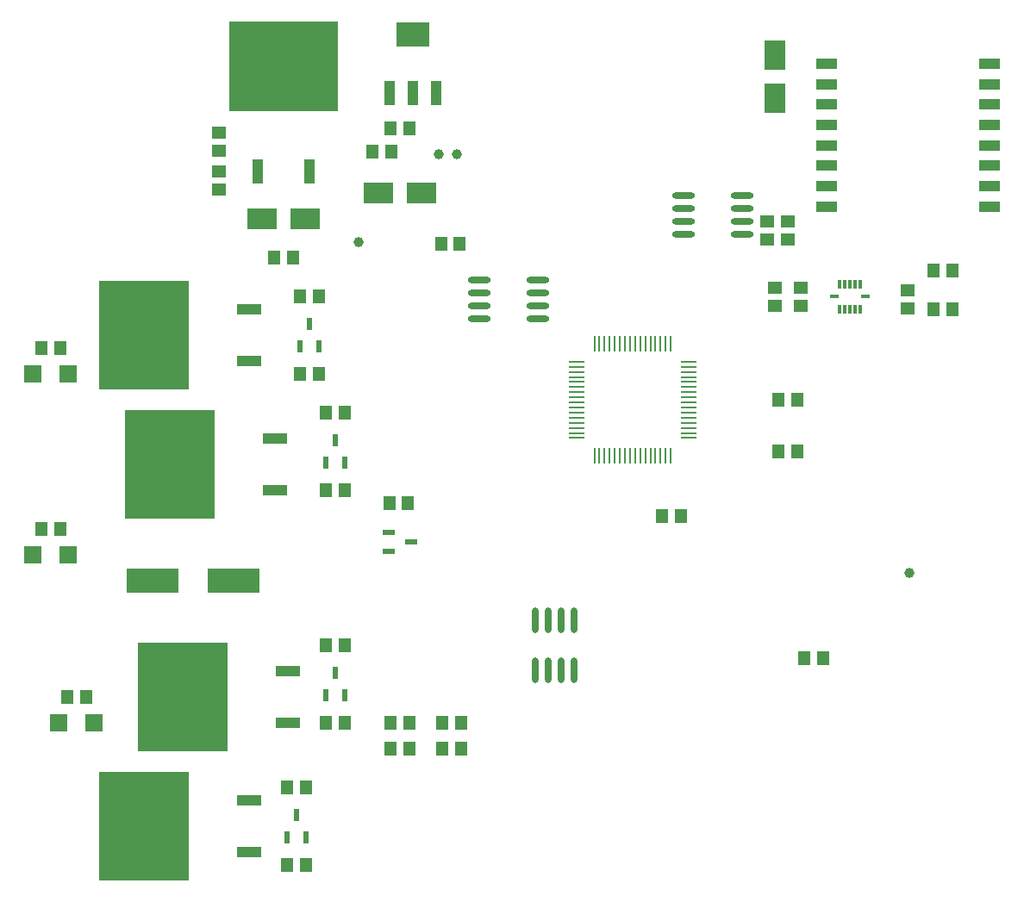
<source format=gtp>
%FSLAX25Y25*%
%MOIN*%
G70*
G01*
G75*
G04 Layer_Color=8421504*
%ADD10R,0.07874X0.03937*%
%ADD11C,0.03937*%
%ADD12O,0.02756X0.09843*%
%ADD13R,0.03248X0.01181*%
%ADD14R,0.01181X0.03248*%
%ADD15R,0.04724X0.05512*%
%ADD16R,0.04528X0.02362*%
%ADD17R,0.20276X0.09252*%
%ADD18R,0.05512X0.04724*%
%ADD19R,0.02362X0.04528*%
%ADD20R,0.11221X0.08465*%
%ADD21R,0.08465X0.11221*%
%ADD22R,0.04134X0.09449*%
%ADD23R,0.41929X0.35039*%
%ADD24R,0.12992X0.09449*%
%ADD25R,0.03937X0.09449*%
%ADD26O,0.08858X0.02362*%
%ADD27R,0.09449X0.04134*%
%ADD28R,0.35039X0.41929*%
%ADD29R,0.06693X0.06693*%
%ADD30O,0.00984X0.06102*%
%ADD31O,0.06102X0.00984*%
%ADD32C,0.01500*%
%ADD33C,0.03000*%
%ADD34C,0.03937*%
%ADD35C,0.01000*%
%ADD36C,0.02000*%
%ADD37C,0.07874*%
%ADD38C,0.11811*%
%ADD39C,0.11811*%
%ADD40C,0.04724*%
%ADD41C,0.05906*%
%ADD42R,0.05906X0.05906*%
%ADD43C,0.11000*%
%ADD44C,0.06299*%
%ADD45C,0.15748*%
%ADD46R,0.04724X0.04724*%
%ADD47R,0.07874X0.07874*%
%ADD48C,0.07874*%
%ADD49O,0.07874X0.03937*%
%ADD50O,0.07874X0.03937*%
%ADD51C,0.06693*%
%ADD52C,0.09000*%
%ADD53C,0.02000*%
%ADD54C,0.03800*%
%ADD55C,0.02500*%
%ADD56C,0.05000*%
%ADD57C,0.02800*%
%ADD58C,0.04000*%
%ADD59R,0.11811X0.11811*%
%ADD60C,0.19685*%
%ADD61C,0.00984*%
%ADD62C,0.02362*%
%ADD63C,0.00787*%
%ADD64C,0.00800*%
D10*
X420000Y475000D02*
D03*
Y467126D02*
D03*
Y459252D02*
D03*
Y451378D02*
D03*
Y443504D02*
D03*
Y435630D02*
D03*
Y427756D02*
D03*
Y419882D02*
D03*
X482992D02*
D03*
Y427756D02*
D03*
Y435630D02*
D03*
Y443504D02*
D03*
Y451378D02*
D03*
Y459252D02*
D03*
Y467126D02*
D03*
Y475000D02*
D03*
D11*
X277000Y440000D02*
D03*
X270000D02*
D03*
X239000Y406000D02*
D03*
X452000Y278000D02*
D03*
D12*
X322500Y259646D02*
D03*
X317500D02*
D03*
X312500D02*
D03*
X307500D02*
D03*
X322500Y240354D02*
D03*
X317500D02*
D03*
X312500D02*
D03*
X307500D02*
D03*
D13*
X423000Y385000D02*
D03*
X435000D02*
D03*
D14*
X425000Y380118D02*
D03*
X426968D02*
D03*
X428937D02*
D03*
X430905D02*
D03*
X432874D02*
D03*
Y389882D02*
D03*
X430905D02*
D03*
X428937D02*
D03*
X426968D02*
D03*
X425000D02*
D03*
D15*
X258043Y305000D02*
D03*
X250957D02*
D03*
X418543Y245000D02*
D03*
X411457D02*
D03*
X270957Y405500D02*
D03*
X278043D02*
D03*
X278543Y210000D02*
D03*
X271457D02*
D03*
X278543Y220000D02*
D03*
X271457D02*
D03*
X258543Y210000D02*
D03*
X251457D02*
D03*
X258543Y220000D02*
D03*
X251457D02*
D03*
X408543Y325000D02*
D03*
X401457D02*
D03*
X408543Y345000D02*
D03*
X401457D02*
D03*
X123543Y295000D02*
D03*
X116457D02*
D03*
X226457Y310000D02*
D03*
X233543D02*
D03*
X233543Y340000D02*
D03*
X226457D02*
D03*
X223543Y385000D02*
D03*
X216457D02*
D03*
X216457Y355000D02*
D03*
X223543D02*
D03*
X123543Y365000D02*
D03*
X116457D02*
D03*
X206457Y400000D02*
D03*
X213543D02*
D03*
X233543Y250000D02*
D03*
X226457D02*
D03*
X226457Y220000D02*
D03*
X233543D02*
D03*
X133543Y230000D02*
D03*
X126457D02*
D03*
X218543Y195000D02*
D03*
X211457D02*
D03*
X211457Y165000D02*
D03*
X218543D02*
D03*
X251543Y441000D02*
D03*
X244457D02*
D03*
X251457Y450000D02*
D03*
X258543D02*
D03*
X356457Y300000D02*
D03*
X363543D02*
D03*
X468543Y395000D02*
D03*
X461457D02*
D03*
X461457Y380000D02*
D03*
X468543D02*
D03*
D16*
X250571Y293740D02*
D03*
Y286260D02*
D03*
X259429Y290000D02*
D03*
D17*
X190748Y275000D02*
D03*
X159252D02*
D03*
D18*
X185000Y441457D02*
D03*
Y448543D02*
D03*
X185000Y426457D02*
D03*
Y433543D02*
D03*
X405000Y414043D02*
D03*
Y406957D02*
D03*
X400000Y388543D02*
D03*
Y381457D02*
D03*
X410000Y388543D02*
D03*
Y381457D02*
D03*
X451500Y387543D02*
D03*
Y380457D02*
D03*
X397000Y414043D02*
D03*
Y406957D02*
D03*
D19*
X226260Y320571D02*
D03*
X233740D02*
D03*
X230000Y329429D02*
D03*
X216260Y365571D02*
D03*
X223740D02*
D03*
X220000Y374429D02*
D03*
X226260Y230571D02*
D03*
X233740D02*
D03*
X230000Y239429D02*
D03*
X211260Y175571D02*
D03*
X218740D02*
D03*
X215000Y184429D02*
D03*
D20*
X218268Y415000D02*
D03*
X201732D02*
D03*
X263268Y425000D02*
D03*
X246732D02*
D03*
D21*
X400000Y461732D02*
D03*
Y478268D02*
D03*
D22*
X200000Y433228D02*
D03*
X220000D02*
D03*
D23*
X210000Y473976D02*
D03*
D24*
X260000Y486417D02*
D03*
D25*
X269055Y463583D02*
D03*
X260000D02*
D03*
X250945D02*
D03*
D26*
X285780Y391500D02*
D03*
Y386500D02*
D03*
Y381500D02*
D03*
Y376500D02*
D03*
X308221Y391500D02*
D03*
Y386500D02*
D03*
Y381500D02*
D03*
Y376500D02*
D03*
X387221Y409000D02*
D03*
Y414000D02*
D03*
Y419000D02*
D03*
Y424000D02*
D03*
X364779Y409000D02*
D03*
Y414000D02*
D03*
Y419000D02*
D03*
Y424000D02*
D03*
D27*
X196772Y360000D02*
D03*
Y380000D02*
D03*
X206772Y310000D02*
D03*
Y330000D02*
D03*
X196772Y170000D02*
D03*
Y190000D02*
D03*
X211772Y220000D02*
D03*
Y240000D02*
D03*
D28*
X156024Y370000D02*
D03*
X166024Y320000D02*
D03*
X156024Y180000D02*
D03*
X171024Y230000D02*
D03*
D29*
X126850Y285000D02*
D03*
X113150D02*
D03*
X126850Y355000D02*
D03*
X113150D02*
D03*
X136850Y220000D02*
D03*
X123150D02*
D03*
D30*
X359764Y323248D02*
D03*
X357795D02*
D03*
X355827D02*
D03*
X353858D02*
D03*
X351890D02*
D03*
X349921D02*
D03*
X347953D02*
D03*
X345984D02*
D03*
X344016D02*
D03*
X342047D02*
D03*
X340079D02*
D03*
X338110D02*
D03*
X336142D02*
D03*
X334173D02*
D03*
X332205D02*
D03*
X330236D02*
D03*
Y366752D02*
D03*
X332205D02*
D03*
X334173D02*
D03*
X336142D02*
D03*
X338110D02*
D03*
X340079D02*
D03*
X342047D02*
D03*
X344016D02*
D03*
X345984D02*
D03*
X347953D02*
D03*
X349921D02*
D03*
X351890D02*
D03*
X353858D02*
D03*
X355827D02*
D03*
X357795D02*
D03*
X359764D02*
D03*
D31*
X323248Y330236D02*
D03*
Y332205D02*
D03*
Y334173D02*
D03*
Y336142D02*
D03*
Y338110D02*
D03*
Y340079D02*
D03*
Y342047D02*
D03*
Y344016D02*
D03*
Y345984D02*
D03*
Y347953D02*
D03*
Y349921D02*
D03*
Y351890D02*
D03*
Y353858D02*
D03*
Y355827D02*
D03*
Y357795D02*
D03*
Y359764D02*
D03*
X366752D02*
D03*
Y357795D02*
D03*
Y355827D02*
D03*
Y353858D02*
D03*
Y351890D02*
D03*
Y349921D02*
D03*
Y347953D02*
D03*
Y345984D02*
D03*
Y344016D02*
D03*
Y342047D02*
D03*
Y340079D02*
D03*
Y338110D02*
D03*
Y336142D02*
D03*
Y334173D02*
D03*
Y332205D02*
D03*
Y330236D02*
D03*
M02*

</source>
